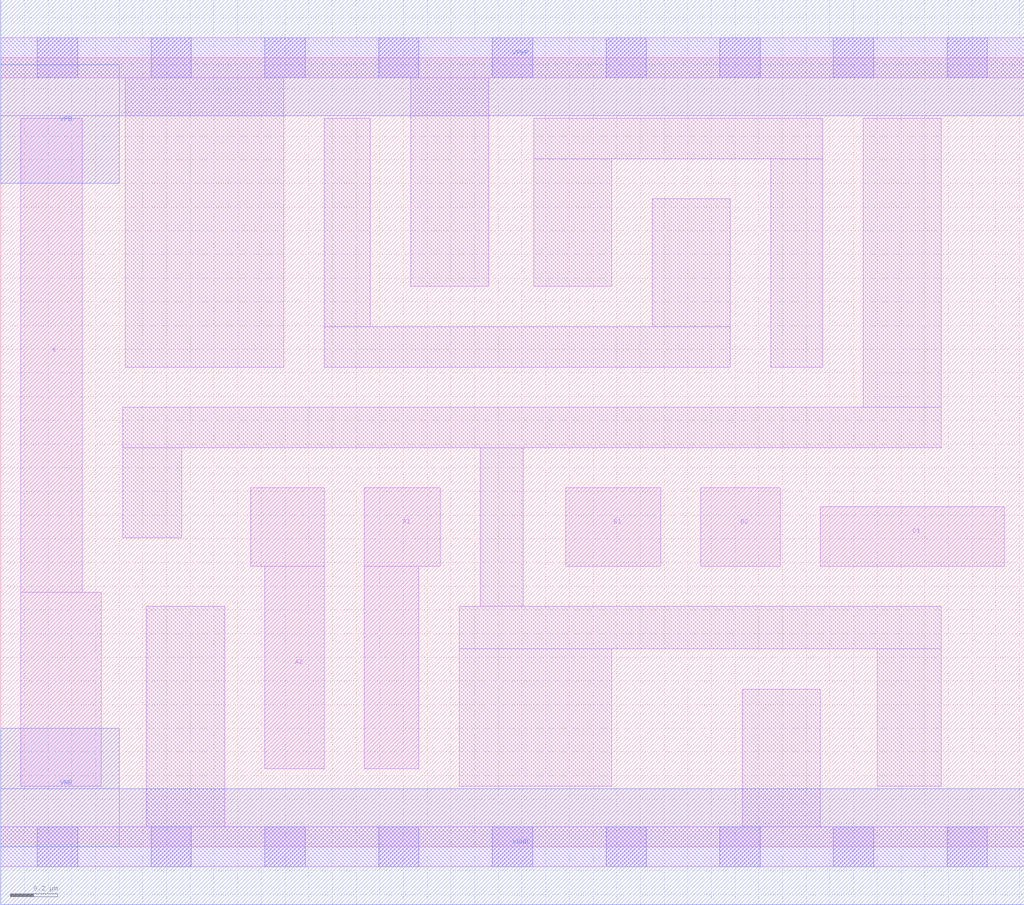
<source format=lef>
# Copyright 2020 The SkyWater PDK Authors
#
# Licensed under the Apache License, Version 2.0 (the "License");
# you may not use this file except in compliance with the License.
# You may obtain a copy of the License at
#
#     https://www.apache.org/licenses/LICENSE-2.0
#
# Unless required by applicable law or agreed to in writing, software
# distributed under the License is distributed on an "AS IS" BASIS,
# WITHOUT WARRANTIES OR CONDITIONS OF ANY KIND, either express or implied.
# See the License for the specific language governing permissions and
# limitations under the License.
#
# SPDX-License-Identifier: Apache-2.0

VERSION 5.5 ;
NAMESCASESENSITIVE ON ;
BUSBITCHARS "[]" ;
DIVIDERCHAR "/" ;
MACRO sky130_fd_sc_lp__a221o_1
  CLASS CORE ;
  SOURCE USER ;
  ORIGIN  0.000000  0.000000 ;
  SIZE  4.320000 BY  3.330000 ;
  SYMMETRY X Y R90 ;
  SITE unit ;
  PIN A1
    ANTENNAGATEAREA  0.315000 ;
    DIRECTION INPUT ;
    USE SIGNAL ;
    PORT
      LAYER li1 ;
        RECT 1.535000 0.330000 1.765000 1.185000 ;
        RECT 1.535000 1.185000 1.855000 1.515000 ;
    END
  END A1
  PIN A2
    ANTENNAGATEAREA  0.315000 ;
    DIRECTION INPUT ;
    USE SIGNAL ;
    PORT
      LAYER li1 ;
        RECT 1.055000 1.185000 1.365000 1.515000 ;
        RECT 1.115000 0.330000 1.365000 1.185000 ;
    END
  END A2
  PIN B1
    ANTENNAGATEAREA  0.315000 ;
    DIRECTION INPUT ;
    USE SIGNAL ;
    PORT
      LAYER li1 ;
        RECT 2.385000 1.185000 2.785000 1.515000 ;
    END
  END B1
  PIN B2
    ANTENNAGATEAREA  0.315000 ;
    DIRECTION INPUT ;
    USE SIGNAL ;
    PORT
      LAYER li1 ;
        RECT 2.955000 1.185000 3.290000 1.515000 ;
    END
  END B2
  PIN C1
    ANTENNAGATEAREA  0.315000 ;
    DIRECTION INPUT ;
    USE SIGNAL ;
    PORT
      LAYER li1 ;
        RECT 3.460000 1.185000 4.235000 1.435000 ;
    END
  END C1
  PIN X
    ANTENNADIFFAREA  0.556500 ;
    DIRECTION OUTPUT ;
    USE SIGNAL ;
    PORT
      LAYER li1 ;
        RECT 0.085000 0.255000 0.425000 1.075000 ;
        RECT 0.085000 1.075000 0.345000 3.075000 ;
    END
  END X
  PIN VGND
    DIRECTION INOUT ;
    USE GROUND ;
    PORT
      LAYER met1 ;
        RECT 0.000000 -0.245000 4.320000 0.245000 ;
    END
  END VGND
  PIN VNB
    DIRECTION INOUT ;
    USE GROUND ;
    PORT
      LAYER met1 ;
        RECT 0.000000 0.000000 0.500000 0.500000 ;
    END
  END VNB
  PIN VPB
    DIRECTION INOUT ;
    USE POWER ;
    PORT
      LAYER met1 ;
        RECT 0.000000 2.800000 0.500000 3.300000 ;
    END
  END VPB
  PIN VPWR
    DIRECTION INOUT ;
    USE POWER ;
    PORT
      LAYER met1 ;
        RECT 0.000000 3.085000 4.320000 3.575000 ;
    END
  END VPWR
  OBS
    LAYER li1 ;
      RECT 0.000000 -0.085000 4.320000 0.085000 ;
      RECT 0.000000  3.245000 4.320000 3.415000 ;
      RECT 0.515000  1.305000 0.765000 1.685000 ;
      RECT 0.515000  1.685000 3.970000 1.855000 ;
      RECT 0.525000  2.025000 1.195000 3.245000 ;
      RECT 0.615000  0.085000 0.945000 1.015000 ;
      RECT 1.365000  2.025000 3.080000 2.195000 ;
      RECT 1.365000  2.195000 1.560000 3.075000 ;
      RECT 1.730000  2.365000 2.060000 3.245000 ;
      RECT 1.935000  0.255000 2.580000 0.835000 ;
      RECT 1.935000  0.835000 3.970000 1.015000 ;
      RECT 2.025000  1.015000 2.205000 1.685000 ;
      RECT 2.250000  2.365000 2.580000 2.905000 ;
      RECT 2.250000  2.905000 3.470000 3.075000 ;
      RECT 2.750000  2.195000 3.080000 2.735000 ;
      RECT 3.130000  0.085000 3.460000 0.665000 ;
      RECT 3.250000  2.025000 3.470000 2.905000 ;
      RECT 3.640000  1.855000 3.970000 3.075000 ;
      RECT 3.700000  0.255000 3.970000 0.835000 ;
    LAYER mcon ;
      RECT 0.155000 -0.085000 0.325000 0.085000 ;
      RECT 0.155000  3.245000 0.325000 3.415000 ;
      RECT 0.635000 -0.085000 0.805000 0.085000 ;
      RECT 0.635000  3.245000 0.805000 3.415000 ;
      RECT 1.115000 -0.085000 1.285000 0.085000 ;
      RECT 1.115000  3.245000 1.285000 3.415000 ;
      RECT 1.595000 -0.085000 1.765000 0.085000 ;
      RECT 1.595000  3.245000 1.765000 3.415000 ;
      RECT 2.075000 -0.085000 2.245000 0.085000 ;
      RECT 2.075000  3.245000 2.245000 3.415000 ;
      RECT 2.555000 -0.085000 2.725000 0.085000 ;
      RECT 2.555000  3.245000 2.725000 3.415000 ;
      RECT 3.035000 -0.085000 3.205000 0.085000 ;
      RECT 3.035000  3.245000 3.205000 3.415000 ;
      RECT 3.515000 -0.085000 3.685000 0.085000 ;
      RECT 3.515000  3.245000 3.685000 3.415000 ;
      RECT 3.995000 -0.085000 4.165000 0.085000 ;
      RECT 3.995000  3.245000 4.165000 3.415000 ;
  END
END sky130_fd_sc_lp__a221o_1

</source>
